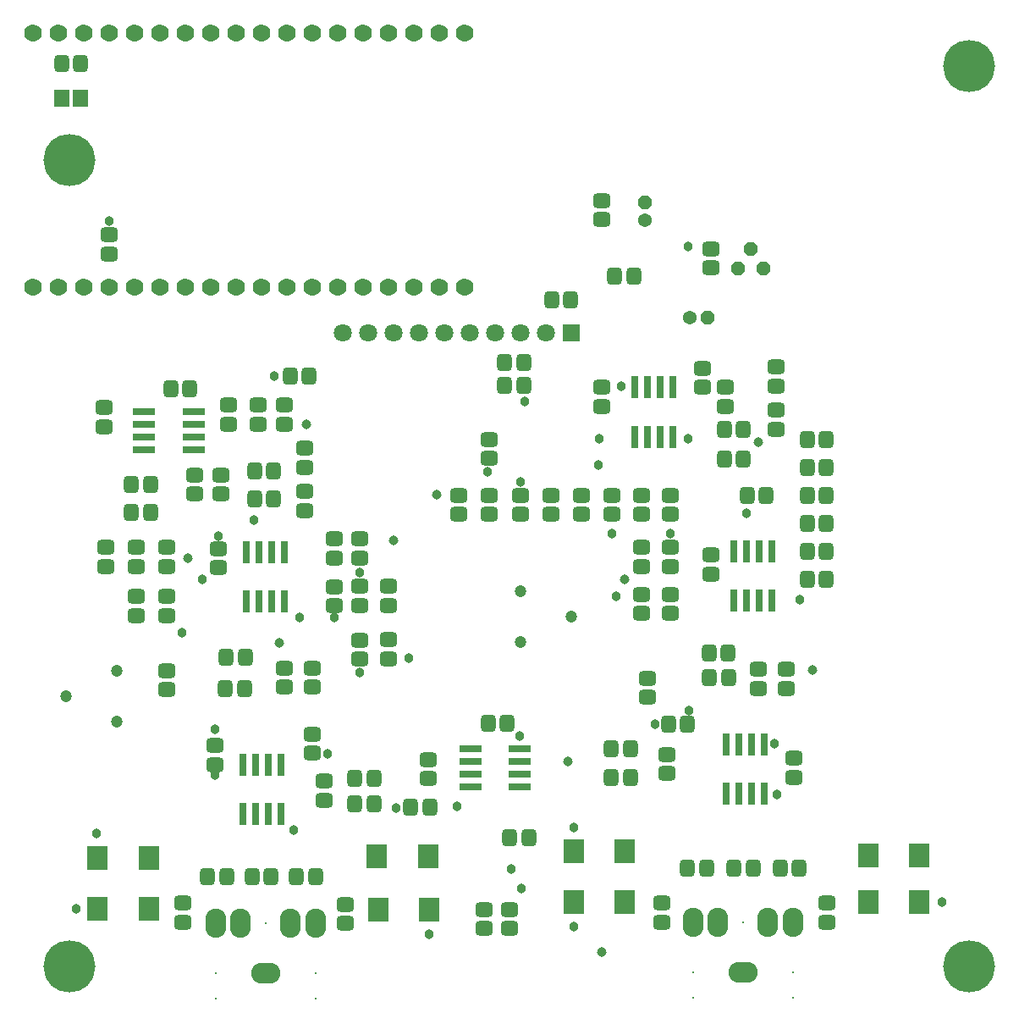
<source format=gts>
G04*
G04 #@! TF.GenerationSoftware,Altium Limited,Altium Designer,19.1.8 (144)*
G04*
G04 Layer_Color=8388736*
%FSLAX25Y25*%
%MOIN*%
G70*
G01*
G75*
%ADD26R,0.02900X0.08600*%
G04:AMPARAMS|DCode=27|XSize=60mil|YSize=68mil|CornerRadius=17mil|HoleSize=0mil|Usage=FLASHONLY|Rotation=90.000|XOffset=0mil|YOffset=0mil|HoleType=Round|Shape=RoundedRectangle|*
%AMROUNDEDRECTD27*
21,1,0.06000,0.03400,0,0,90.0*
21,1,0.02600,0.06800,0,0,90.0*
1,1,0.03400,0.01700,0.01300*
1,1,0.03400,0.01700,-0.01300*
1,1,0.03400,-0.01700,-0.01300*
1,1,0.03400,-0.01700,0.01300*
%
%ADD27ROUNDEDRECTD27*%
%ADD28R,0.06000X0.06800*%
G04:AMPARAMS|DCode=29|XSize=60mil|YSize=68mil|CornerRadius=17mil|HoleSize=0mil|Usage=FLASHONLY|Rotation=0.000|XOffset=0mil|YOffset=0mil|HoleType=Round|Shape=RoundedRectangle|*
%AMROUNDEDRECTD29*
21,1,0.06000,0.03400,0,0,0.0*
21,1,0.02600,0.06800,0,0,0.0*
1,1,0.03400,0.01300,-0.01700*
1,1,0.03400,-0.01300,-0.01700*
1,1,0.03400,-0.01300,0.01700*
1,1,0.03400,0.01300,0.01700*
%
%ADD29ROUNDEDRECTD29*%
%ADD30R,0.07887X0.09461*%
G04:AMPARAMS|DCode=31|XSize=38mil|YSize=38mil|CornerRadius=19mil|HoleSize=0mil|Usage=FLASHONLY|Rotation=0.000|XOffset=0mil|YOffset=0mil|HoleType=Round|Shape=RoundedRectangle|*
%AMROUNDEDRECTD31*
21,1,0.03800,0.00000,0,0,0.0*
21,1,0.00000,0.03800,0,0,0.0*
1,1,0.03800,0.00000,0.00000*
1,1,0.03800,0.00000,0.00000*
1,1,0.03800,0.00000,0.00000*
1,1,0.03800,0.00000,0.00000*
%
%ADD31ROUNDEDRECTD31*%
G04:AMPARAMS|DCode=32|XSize=38mil|YSize=38mil|CornerRadius=19mil|HoleSize=0mil|Usage=FLASHONLY|Rotation=90.000|XOffset=0mil|YOffset=0mil|HoleType=Round|Shape=RoundedRectangle|*
%AMROUNDEDRECTD32*
21,1,0.03800,0.00000,0,0,90.0*
21,1,0.00000,0.03800,0,0,90.0*
1,1,0.03800,0.00000,0.00000*
1,1,0.03800,0.00000,0.00000*
1,1,0.03800,0.00000,0.00000*
1,1,0.03800,0.00000,0.00000*
%
%ADD32ROUNDEDRECTD32*%
%ADD33R,0.08600X0.02900*%
%ADD34P,0.05845X8X22.5*%
%ADD35C,0.05400*%
%ADD36C,0.06942*%
%ADD37C,0.07099*%
%ADD38R,0.07099X0.07099*%
%ADD39C,0.20485*%
%ADD40C,0.04737*%
%ADD41O,0.11430X0.08280*%
%ADD42O,0.08280X0.11430*%
%ADD43C,0.00800*%
%ADD44P,0.05897X8X22.5*%
%ADD45P,0.05845X8X112.5*%
%ADD46C,0.03800*%
D26*
X281500Y163800D02*
D03*
X286500D02*
D03*
X291500D02*
D03*
X296500D02*
D03*
Y183200D02*
D03*
X291500D02*
D03*
X286500D02*
D03*
X281500D02*
D03*
X88000Y99200D02*
D03*
X93000D02*
D03*
X98000D02*
D03*
X103000D02*
D03*
Y79800D02*
D03*
X98000D02*
D03*
X93000D02*
D03*
X88000D02*
D03*
X242500Y228300D02*
D03*
X247500D02*
D03*
X252500D02*
D03*
X257500D02*
D03*
Y247700D02*
D03*
X252500D02*
D03*
X247500D02*
D03*
X242500D02*
D03*
X278500Y87800D02*
D03*
X283500D02*
D03*
X288500D02*
D03*
X293500D02*
D03*
Y107200D02*
D03*
X288500D02*
D03*
X283500D02*
D03*
X278500D02*
D03*
X89500Y182913D02*
D03*
X94500D02*
D03*
X99500D02*
D03*
X104500D02*
D03*
Y163513D02*
D03*
X99500D02*
D03*
X94500D02*
D03*
X89500D02*
D03*
D27*
X272500Y174260D02*
D03*
Y181800D02*
D03*
X209500Y205240D02*
D03*
Y197700D02*
D03*
X197333Y205300D02*
D03*
Y197760D02*
D03*
X173000Y205300D02*
D03*
Y197760D02*
D03*
X185167Y197700D02*
D03*
Y205240D02*
D03*
X185000Y219700D02*
D03*
Y227240D02*
D03*
X35500Y307740D02*
D03*
Y300200D02*
D03*
X128500Y44300D02*
D03*
Y36760D02*
D03*
X78500Y176760D02*
D03*
Y184300D02*
D03*
X256500Y197760D02*
D03*
Y205300D02*
D03*
X245000Y177200D02*
D03*
Y184740D02*
D03*
Y197700D02*
D03*
Y205240D02*
D03*
X233500D02*
D03*
Y197700D02*
D03*
X221500D02*
D03*
Y205240D02*
D03*
X256500Y177260D02*
D03*
Y184800D02*
D03*
X269000Y255300D02*
D03*
Y247760D02*
D03*
X278000Y240200D02*
D03*
Y247740D02*
D03*
X64500Y44800D02*
D03*
Y37260D02*
D03*
X120000Y85200D02*
D03*
Y92740D02*
D03*
X115500Y103760D02*
D03*
Y111300D02*
D03*
X77000Y99260D02*
D03*
Y106800D02*
D03*
X33500Y239800D02*
D03*
Y232260D02*
D03*
X82500Y240800D02*
D03*
Y233260D02*
D03*
X94000Y240740D02*
D03*
Y233200D02*
D03*
X104500D02*
D03*
Y240740D02*
D03*
X112500Y223800D02*
D03*
Y216260D02*
D03*
Y206800D02*
D03*
Y199260D02*
D03*
X79500Y205700D02*
D03*
Y213240D02*
D03*
X69000Y205700D02*
D03*
Y213240D02*
D03*
X34000Y184800D02*
D03*
Y177260D02*
D03*
X46000D02*
D03*
Y184800D02*
D03*
Y165513D02*
D03*
Y157972D02*
D03*
X58000D02*
D03*
Y165513D02*
D03*
Y128700D02*
D03*
Y136240D02*
D03*
X104500Y129760D02*
D03*
Y137300D02*
D03*
X115500D02*
D03*
Y129760D02*
D03*
X145500Y169513D02*
D03*
Y161972D02*
D03*
Y148513D02*
D03*
Y140972D02*
D03*
X134000Y140700D02*
D03*
Y148240D02*
D03*
Y169453D02*
D03*
Y161913D02*
D03*
X124000Y161760D02*
D03*
Y169300D02*
D03*
X256500Y158760D02*
D03*
Y166300D02*
D03*
X245000D02*
D03*
Y158760D02*
D03*
X255000Y95700D02*
D03*
Y103240D02*
D03*
X193000Y34700D02*
D03*
Y42240D02*
D03*
X183000Y34760D02*
D03*
Y42300D02*
D03*
X229500Y240260D02*
D03*
Y247800D02*
D03*
X272500Y294700D02*
D03*
Y302240D02*
D03*
X229500Y321240D02*
D03*
Y313700D02*
D03*
X58000Y177260D02*
D03*
Y184800D02*
D03*
X305000Y101800D02*
D03*
Y94260D02*
D03*
X298000Y248200D02*
D03*
Y255740D02*
D03*
X161000Y93760D02*
D03*
Y101300D02*
D03*
X298000Y231200D02*
D03*
Y238740D02*
D03*
X124000Y188013D02*
D03*
Y180472D02*
D03*
X134000Y188013D02*
D03*
Y180472D02*
D03*
X247500Y133240D02*
D03*
Y125700D02*
D03*
X253000Y37260D02*
D03*
Y44800D02*
D03*
X291000Y136800D02*
D03*
Y129260D02*
D03*
X302000D02*
D03*
Y136800D02*
D03*
X318000Y37260D02*
D03*
Y44800D02*
D03*
D28*
X24240Y361500D02*
D03*
X16700D02*
D03*
D29*
X240800Y94000D02*
D03*
X233260D02*
D03*
X109260Y55000D02*
D03*
X116800D02*
D03*
X99270D02*
D03*
X91730D02*
D03*
X310413Y227000D02*
D03*
X317953D02*
D03*
X310413Y172000D02*
D03*
X317953D02*
D03*
Y183000D02*
D03*
X310413D02*
D03*
X317953Y194000D02*
D03*
X310413D02*
D03*
X317953Y205000D02*
D03*
X310413D02*
D03*
Y216000D02*
D03*
X317953D02*
D03*
X294300Y205000D02*
D03*
X286760D02*
D03*
X277700Y219500D02*
D03*
X285240D02*
D03*
X277760Y231000D02*
D03*
X285300D02*
D03*
X16700Y375000D02*
D03*
X24240D02*
D03*
X81740Y55000D02*
D03*
X74200D02*
D03*
X154260Y82500D02*
D03*
X161800D02*
D03*
X132200Y83787D02*
D03*
X139740D02*
D03*
X132200Y93787D02*
D03*
X139740D02*
D03*
X114240Y252000D02*
D03*
X106700D02*
D03*
X100300Y203713D02*
D03*
X92760D02*
D03*
X92700Y214713D02*
D03*
X100240D02*
D03*
X51740Y209500D02*
D03*
X44200D02*
D03*
X51800Y198500D02*
D03*
X44260D02*
D03*
X89013Y141500D02*
D03*
X81472D02*
D03*
X88713Y129000D02*
D03*
X81172D02*
D03*
X279225Y143000D02*
D03*
X271685D02*
D03*
X279453Y133500D02*
D03*
X271913D02*
D03*
X255760Y115000D02*
D03*
X263300D02*
D03*
X217240Y282000D02*
D03*
X209700D02*
D03*
X234460Y291500D02*
D03*
X242000D02*
D03*
X67300Y247000D02*
D03*
X59760D02*
D03*
X193200Y70500D02*
D03*
X200740D02*
D03*
X191200Y257500D02*
D03*
X198740D02*
D03*
X198800Y248500D02*
D03*
X191260D02*
D03*
X184700Y115500D02*
D03*
X192240D02*
D03*
X263200Y58500D02*
D03*
X270740D02*
D03*
X281480D02*
D03*
X289020D02*
D03*
X233260Y105500D02*
D03*
X240800D02*
D03*
X307300Y58500D02*
D03*
X299760D02*
D03*
D30*
X141461Y42000D02*
D03*
X161539D02*
D03*
X30961Y62500D02*
D03*
X51039D02*
D03*
Y42500D02*
D03*
X30961D02*
D03*
X161039Y63000D02*
D03*
X140961D02*
D03*
X238539Y45000D02*
D03*
X218461D02*
D03*
X218500Y65000D02*
D03*
X238578D02*
D03*
X354539Y63500D02*
D03*
X334461D02*
D03*
Y45000D02*
D03*
X354539D02*
D03*
D31*
X66500Y180500D02*
D03*
X291000Y226000D02*
D03*
X113000Y233000D02*
D03*
X102500Y147000D02*
D03*
X164500Y205500D02*
D03*
X238500Y172000D02*
D03*
X147500Y187500D02*
D03*
X312500Y136500D02*
D03*
X216000Y100500D02*
D03*
D32*
X229500Y25500D02*
D03*
D33*
X177800Y90500D02*
D03*
Y95500D02*
D03*
Y100500D02*
D03*
Y105500D02*
D03*
X197200D02*
D03*
Y100500D02*
D03*
Y95500D02*
D03*
Y90500D02*
D03*
X68700Y238000D02*
D03*
Y233000D02*
D03*
Y228000D02*
D03*
Y223000D02*
D03*
X49300D02*
D03*
Y228000D02*
D03*
Y233000D02*
D03*
Y238000D02*
D03*
D34*
X271000Y275000D02*
D03*
D35*
X264000D02*
D03*
X246500Y313500D02*
D03*
D36*
X15500Y287000D02*
D03*
X25500D02*
D03*
X35500D02*
D03*
X15500Y387000D02*
D03*
X25500D02*
D03*
X35500D02*
D03*
X5500Y287000D02*
D03*
Y387000D02*
D03*
X45500Y287000D02*
D03*
X55500D02*
D03*
X65500D02*
D03*
X75500D02*
D03*
X85500D02*
D03*
X95500D02*
D03*
X105500D02*
D03*
X115500D02*
D03*
X125500D02*
D03*
X135500D02*
D03*
X145500D02*
D03*
X155500D02*
D03*
X165500D02*
D03*
X175500D02*
D03*
X45500Y387000D02*
D03*
X55500D02*
D03*
X65500D02*
D03*
X75500D02*
D03*
X85500D02*
D03*
X95500D02*
D03*
X105500D02*
D03*
X115500D02*
D03*
X125500D02*
D03*
X135500D02*
D03*
X145500D02*
D03*
X155500D02*
D03*
X165500D02*
D03*
X175500D02*
D03*
D37*
X207500Y269000D02*
D03*
X187500D02*
D03*
X167500D02*
D03*
X147500D02*
D03*
X137500D02*
D03*
X127500D02*
D03*
X157500D02*
D03*
X177500D02*
D03*
X197500D02*
D03*
D38*
X217500D02*
D03*
D39*
X19685Y337000D02*
D03*
Y19685D02*
D03*
X374016D02*
D03*
Y374016D02*
D03*
D40*
X38500Y136000D02*
D03*
X18500Y126000D02*
D03*
X38500Y116000D02*
D03*
X197500Y167500D02*
D03*
X217500Y157500D02*
D03*
X197500Y147500D02*
D03*
D41*
X97000Y17000D02*
D03*
X285000Y17500D02*
D03*
D42*
X87157Y36685D02*
D03*
X106843D02*
D03*
X116685D02*
D03*
X77315D02*
D03*
X265315Y37185D02*
D03*
X304685D02*
D03*
X294843D02*
D03*
X275157D02*
D03*
D43*
X116685Y7158D02*
D03*
X77315D02*
D03*
Y17000D02*
D03*
X116685D02*
D03*
X97000Y36685D02*
D03*
X285000Y37185D02*
D03*
X304685Y17500D02*
D03*
X265315D02*
D03*
Y7658D02*
D03*
X304685D02*
D03*
D44*
X283000Y294500D02*
D03*
X288000Y302000D02*
D03*
X293000Y294500D02*
D03*
D45*
X246500Y320500D02*
D03*
D46*
X199000Y242000D02*
D03*
X184500Y214500D02*
D03*
X35500Y313000D02*
D03*
X307500Y164000D02*
D03*
X78500Y189000D02*
D03*
X72000Y172000D02*
D03*
X263500Y303000D02*
D03*
X197824Y50430D02*
D03*
X193887Y58304D02*
D03*
X235000Y165500D02*
D03*
X64000Y151000D02*
D03*
X228500Y227500D02*
D03*
X197500Y210500D02*
D03*
X134000Y135500D02*
D03*
X148500Y82000D02*
D03*
X77000Y95000D02*
D03*
X250500Y115000D02*
D03*
X197000Y110500D02*
D03*
X124000Y157000D02*
D03*
X286500Y198000D02*
D03*
X77000Y113000D02*
D03*
X121500Y103500D02*
D03*
X263790Y120500D02*
D03*
X263500Y227500D02*
D03*
X298500Y87500D02*
D03*
X108000Y73500D02*
D03*
X110500Y157000D02*
D03*
X237000Y248000D02*
D03*
X228000Y217000D02*
D03*
X256500Y190000D02*
D03*
X233500D02*
D03*
X92500Y195500D02*
D03*
X134000Y174963D02*
D03*
X172375Y82875D02*
D03*
X297500Y107500D02*
D03*
X22500Y42500D02*
D03*
X218500Y35500D02*
D03*
X161500Y32500D02*
D03*
X363500Y45000D02*
D03*
X218500Y74500D02*
D03*
X30500Y72000D02*
D03*
X153500Y141000D02*
D03*
X100500Y252000D02*
D03*
M02*

</source>
